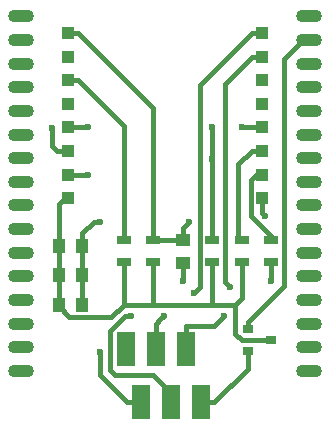
<source format=gbr>
G04 #@! TF.FileFunction,Copper,L1,Top,Signal*
%FSLAX46Y46*%
G04 Gerber Fmt 4.6, Leading zero omitted, Abs format (unit mm)*
G04 Created by KiCad (PCBNEW 4.0.7-e2-6376~58~ubuntu16.04.1) date Thu Oct  4 00:19:24 2018*
%MOMM*%
%LPD*%
G01*
G04 APERTURE LIST*
%ADD10C,0.100000*%
%ADD11R,1.000000X1.250000*%
%ADD12R,1.250000X1.000000*%
%ADD13R,0.900000X0.800000*%
%ADD14R,1.300000X0.700000*%
%ADD15O,2.200000X1.100000*%
%ADD16R,1.000000X1.000000*%
%ADD17R,1.500000X3.000000*%
%ADD18C,0.600000*%
%ADD19C,0.400000*%
G04 APERTURE END LIST*
D10*
D11*
X139500000Y-137000000D03*
X141500000Y-137000000D03*
X139500000Y-134500000D03*
X141500000Y-134500000D03*
X139500000Y-132000000D03*
X141500000Y-132000000D03*
D12*
X150000000Y-133500000D03*
X150000000Y-131500000D03*
D13*
X155500000Y-139050000D03*
X155500000Y-140950000D03*
X157500000Y-140000000D03*
D14*
X152500000Y-131500000D03*
X152500000Y-133400000D03*
X155000000Y-131500000D03*
X155000000Y-133400000D03*
X145000000Y-131500000D03*
X145000000Y-133400000D03*
X147500000Y-131500000D03*
X147500000Y-133400000D03*
X157500000Y-131500000D03*
X157500000Y-133400000D03*
D15*
X136301100Y-112603600D03*
X136301100Y-114603600D03*
X136301100Y-116603600D03*
X136301100Y-118603600D03*
X136301100Y-120603600D03*
X136301100Y-122603600D03*
X136301100Y-124603600D03*
X136301100Y-126603600D03*
X136301100Y-128603600D03*
X136301100Y-130603600D03*
X136301100Y-132603600D03*
X136301100Y-134603600D03*
X136301100Y-136603600D03*
X136301100Y-138603600D03*
X136301100Y-140603600D03*
X136301100Y-142603600D03*
X160701100Y-142603600D03*
X160701100Y-140603600D03*
X160701100Y-138603600D03*
X160701100Y-136603600D03*
X160701100Y-134603600D03*
X160701100Y-132603600D03*
X160701100Y-130603600D03*
X160701100Y-128603600D03*
X160701100Y-126603600D03*
X160701100Y-124603600D03*
X160701100Y-122603600D03*
X160701100Y-120603600D03*
X160701100Y-118603600D03*
X160701100Y-116603600D03*
X160701100Y-114603600D03*
X160701100Y-112603600D03*
D16*
X140251100Y-114000000D03*
X140251100Y-116000000D03*
X140251100Y-118000000D03*
X140251100Y-120000000D03*
X140251100Y-122000000D03*
X140251100Y-124000000D03*
X140251100Y-126000000D03*
X140251100Y-128000000D03*
X156751100Y-128000000D03*
X156751100Y-126000000D03*
X156751100Y-124000000D03*
X156751100Y-122000000D03*
X156751100Y-120000000D03*
X156751100Y-118000000D03*
X156751100Y-116000000D03*
X156751100Y-114000000D03*
D17*
X145190000Y-140750000D03*
X146460000Y-145250000D03*
X147730000Y-140750000D03*
X149000000Y-145250000D03*
X150270000Y-140750000D03*
X151540000Y-145250000D03*
D18*
X143000000Y-130000000D03*
X145293178Y-141475991D03*
X156989698Y-129500000D03*
X157500000Y-135000000D03*
X150000000Y-135000000D03*
X150530529Y-130008376D03*
X153500000Y-138000000D03*
X145636544Y-137976841D03*
X152504591Y-124653732D03*
X155000000Y-122000000D03*
X152500000Y-122000000D03*
X138929876Y-122045706D03*
X142000000Y-122000000D03*
X142000000Y-126000000D03*
X148411239Y-137925460D03*
X154000000Y-135500000D03*
X143027609Y-141025496D03*
X151000000Y-136000000D03*
D19*
X145000000Y-137000000D02*
X143974999Y-138025001D01*
X143974999Y-138025001D02*
X140400000Y-138025000D01*
X140400000Y-138025000D02*
X139500000Y-137125000D01*
X139500000Y-137125000D02*
X139500000Y-137000000D01*
X139500000Y-134500000D02*
X139500000Y-137000000D01*
X139500000Y-132000000D02*
X139500000Y-134500000D01*
X140000000Y-128000000D02*
X139500000Y-128500000D01*
X139500000Y-128500000D02*
X139500000Y-132000000D01*
X140251100Y-128000000D02*
X140000000Y-128000000D01*
X155000000Y-140000000D02*
X154465639Y-139465639D01*
X154465639Y-139465639D02*
X154465639Y-137000000D01*
X157500000Y-140000000D02*
X155000000Y-140000000D01*
X152500000Y-137000000D02*
X154465639Y-137000000D01*
X154465639Y-137000000D02*
X155000000Y-136465639D01*
X155000000Y-136465639D02*
X155000000Y-133400000D01*
X145000000Y-137000000D02*
X147500000Y-137000000D01*
X145000000Y-133400000D02*
X145000000Y-137000000D01*
X147500000Y-137000000D02*
X152500000Y-137000000D01*
X147500000Y-133400000D02*
X147500000Y-137000000D01*
X152500000Y-133400000D02*
X152500000Y-137000000D01*
X142475000Y-130000000D02*
X143000000Y-130000000D01*
X141500000Y-132000000D02*
X141500000Y-130975000D01*
X141500000Y-130975000D02*
X142475000Y-130000000D01*
X141500000Y-134500000D02*
X141500000Y-137000000D01*
X141500000Y-132000000D02*
X141500000Y-134500000D01*
X156751100Y-128000000D02*
X156751100Y-129261402D01*
X156751100Y-129261402D02*
X156989698Y-129500000D01*
X157500000Y-133400000D02*
X157500000Y-135000000D01*
X150000000Y-133500000D02*
X150000000Y-135000000D01*
X150230530Y-130308375D02*
X150530529Y-130008376D01*
X150000000Y-130538905D02*
X150230530Y-130308375D01*
X150000000Y-131500000D02*
X150000000Y-130538905D01*
X152650000Y-138850000D02*
X153500000Y-138000000D01*
X150270000Y-138850000D02*
X152650000Y-138850000D01*
X150270000Y-140750000D02*
X150270000Y-138850000D01*
X150000000Y-131500000D02*
X147500000Y-131500000D01*
X140251100Y-114000000D02*
X141151100Y-114000000D01*
X141151100Y-114000000D02*
X147500000Y-120348900D01*
X147500000Y-120348900D02*
X147500000Y-130750000D01*
X147500000Y-130750000D02*
X147500000Y-131500000D01*
X155500000Y-139050000D02*
X155500000Y-138500000D01*
X155500000Y-138500000D02*
X158561109Y-135438891D01*
X158561109Y-135438891D02*
X158561109Y-116193591D01*
X158561109Y-116193591D02*
X160151100Y-114603600D01*
X160151100Y-114603600D02*
X160701100Y-114603600D01*
X151540000Y-145250000D02*
X152690000Y-145250000D01*
X152690000Y-145250000D02*
X155500000Y-142440000D01*
X155500000Y-142440000D02*
X155500000Y-141750000D01*
X155500000Y-141750000D02*
X155500000Y-140950000D01*
X143847824Y-139255506D02*
X145126489Y-137976841D01*
X143847824Y-142577625D02*
X143847824Y-139255506D01*
X147494145Y-142994145D02*
X144264344Y-142994145D01*
X149000000Y-145250000D02*
X149000000Y-144500000D01*
X145126489Y-137976841D02*
X145212280Y-137976841D01*
X145212280Y-137976841D02*
X145636544Y-137976841D01*
X144264344Y-142994145D02*
X143847824Y-142577625D01*
X149000000Y-144500000D02*
X147494145Y-142994145D01*
X152500000Y-124658323D02*
X152504591Y-124653732D01*
X152500000Y-131500000D02*
X152500000Y-124658323D01*
X152500000Y-124649141D02*
X152504591Y-124653732D01*
X152500000Y-122000000D02*
X152500000Y-124649141D01*
X155000000Y-122000000D02*
X156751100Y-122000000D01*
X155000000Y-131500000D02*
X154725109Y-131225109D01*
X154725109Y-131225109D02*
X154725109Y-125125991D01*
X155851100Y-124000000D02*
X156751100Y-124000000D01*
X154725109Y-125125991D02*
X155851100Y-124000000D01*
X140251100Y-118000000D02*
X141151100Y-118000000D01*
X145000000Y-130750000D02*
X145000000Y-131500000D01*
X141151100Y-118000000D02*
X145000000Y-121848900D01*
X145000000Y-121848900D02*
X145000000Y-130750000D01*
X157500000Y-131500000D02*
X157800000Y-131500000D01*
X157800000Y-131500000D02*
X155772130Y-129472130D01*
X155772130Y-129472130D02*
X155772130Y-126451186D01*
X155772130Y-126451186D02*
X156223316Y-126000000D01*
X156223316Y-126000000D02*
X156751100Y-126000000D01*
X138929876Y-122469970D02*
X138929876Y-122045706D01*
X138929876Y-123578776D02*
X138929876Y-122469970D01*
X139351100Y-124000000D02*
X138929876Y-123578776D01*
X140251100Y-124000000D02*
X139351100Y-124000000D01*
X142000000Y-122000000D02*
X140251100Y-122000000D01*
X140251100Y-126000000D02*
X142000000Y-126000000D01*
X148111240Y-138225459D02*
X148411239Y-137925460D01*
X147730000Y-138606699D02*
X148111240Y-138225459D01*
X147730000Y-140750000D02*
X147730000Y-138606699D01*
X153550001Y-135050001D02*
X154000000Y-135500000D01*
X156751100Y-116000000D02*
X155851100Y-116000000D01*
X155851100Y-116000000D02*
X153550001Y-118301099D01*
X153550001Y-118301099D02*
X153550001Y-135050001D01*
X143027609Y-141449760D02*
X143027609Y-141025496D01*
X146460000Y-145250000D02*
X145310000Y-145250000D01*
X143027609Y-142967609D02*
X143027609Y-141449760D01*
X145310000Y-145250000D02*
X143027609Y-142967609D01*
X151449999Y-135550001D02*
X151000000Y-136000000D01*
X156751100Y-114000000D02*
X155851100Y-114000000D01*
X155851100Y-114000000D02*
X151449999Y-118401101D01*
X151449999Y-118401101D02*
X151449999Y-135550001D01*
M02*

</source>
